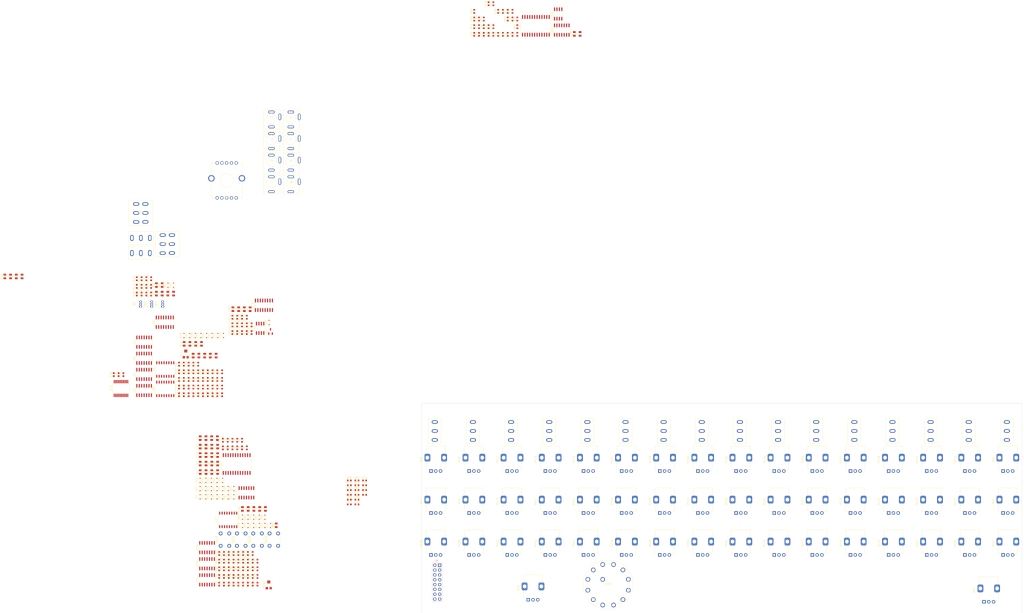
<source format=kicad_pcb>
(kicad_pcb (version 20221018) (generator pcbnew)
  (layers (0 "F.Cu" signal) (31 "B.Cu" signal) (34 "B.Paste" user) (35 "F.Paste" user) (36 "B.SilkS" user "B.Silkscreen") (37 "F.SilkS" user "F.Silkscreen") (38 "B.Mask" user) (39 "F.Mask" user) (44 "Edge.Cuts" user))
  (net 0 "")
  (net 1 "+12V")
  (net 2 "GNDREF")
  (net 3 "-12V")
  (net 4 "Net-(C7-Pad1)")
  (net 5 "Net-(C7-Pad2)")
  (net 6 "/SequencerInput/Gate")
  (net 7 "/SequencerInput/Trig")
  (net 8 "Net-(D37-A)")
  (net 9 "/VariClock1/QCK")
  (net 10 "Net-(D38-A)")
  (net 11 "/VariClock1/SET")
  (net 12 "Net-(C12-Pad1)")
  (net 13 "Net-(C12-Pad2)")
  (net 14 "Net-(C13-Pad1)")
  (net 15 "Net-(C14-Pad1)")
  (net 16 "Net-(U8-E0)")
  (net 17 "Net-(D39-A)")
  (net 18 "Net-(C22-Pad1)")
  (net 19 "Net-(C22-Pad2)")
  (net 20 "Net-(C23-Pad1)")
  (net 21 "Net-(C23-Pad2)")
  (net 22 "Net-(U7B-+)")
  (net 23 "Net-(D40-A)")
  (net 24 "Net-(D41-A)")
  (net 25 "Net-(D42-K)")
  (net 26 "/VariClock1/DV")
  (net 27 "I{slash}O")
  (net 28 "Net-(C30-Pad2)")
  (net 29 "Net-(C31-Pad1)")
  (net 30 "Net-(U11A--)")
  (net 31 "Net-(C32-Pad2)")
  (net 32 "Net-(U11C-+)")
  (net 33 "Net-(C41-Pad1)")
  (net 34 "Net-(C42-Pad1)")
  (net 35 "Net-(C43-Pad1)")
  (net 36 "Net-(U4B-R)")
  (net 37 "/SequencerClocking/REV")
  (net 38 "Net-(C45-Pad2)")
  (net 39 "Net-(C46-Pad2)")
  (net 40 "Net-(C47-Pad2)")
  (net 41 "Net-(C48-Pad1)")
  (net 42 "/SequencerClocking/STP")
  (net 43 "/SequencerClocking/XSTP")
  (net 44 "Net-(D54-A)")
  (net 45 "/XCLK")
  (net 46 "Net-(C57-Pad1)")
  (net 47 "Net-(C58-Pad1)")
  (net 48 "Net-(U18B--)")
  (net 49 "Net-(C66-Pad2)")
  (net 50 "Net-(U19-STROBE)")
  (net 51 "Net-(C67-Pad2)")
  (net 52 "Net-(U14B-S)")
  (net 53 "+5V")
  (net 54 "Net-(D1-K)")
  (net 55 "Net-(D1-A)")
  (net 56 "Net-(D10-K)")
  (net 57 "/SequencerClocking/FWD")
  (net 58 "/SequencerInput/Q15")
  (net 59 "Net-(D19-A)")
  (net 60 "/SequencerInput/Q14")
  (net 61 "Net-(D20-A)")
  (net 62 "/SequencerInput/Q13")
  (net 63 "Net-(D21-A)")
  (net 64 "/SequencerInput/Q12")
  (net 65 "/SequencerInput/Q4")
  (net 66 "/SequencerInput/Q11")
  (net 67 "/SequencerInput/Q5")
  (net 68 "/SequencerInput/Q10")
  (net 69 "/SequencerInput/Q6")
  (net 70 "/SequencerInput/Q9")
  (net 71 "/SequencerInput/Q7")
  (net 72 "/SequencerInput/Q8")
  (net 73 "Net-(D18-K)")
  (net 74 "Net-(D19-K)")
  (net 75 "Net-(D20-K)")
  (net 76 "Net-(D21-K)")
  (net 77 "Net-(D22-K)")
  (net 78 "Net-(D23-K)")
  (net 79 "Net-(D24-K)")
  (net 80 "Net-(D25-K)")
  (net 81 "Net-(D26-K)")
  (net 82 "Net-(D27-K)")
  (net 83 "Net-(D28-K)")
  (net 84 "Net-(D29-K)")
  (net 85 "Net-(D30-K)")
  (net 86 "Net-(D31-K)")
  (net 87 "Net-(D32-K)")
  (net 88 "Net-(D33-K)")
  (net 89 "/SequencerInput/SBV1")
  (net 90 "/SequencerClocking/DN")
  (net 91 "/SequencerClocking/UP")
  (net 92 "/VariClock1/RST")
  (net 93 "/SequencerClocking/X2")
  (net 94 "Net-(D37-K)")
  (net 95 "Net-(D39-K)")
  (net 96 "Net-(D40-K)")
  (net 97 "Net-(D41-K)")
  (net 98 "Net-(D44-A)")
  (net 99 "Net-(D45-A)")
  (net 100 "Net-(D46-A)")
  (net 101 "Net-(D47-A)")
  (net 102 "Net-(D48-K)")
  (net 103 "/SequencerClocking/RST")
  (net 104 "Net-(D50-K)")
  (net 105 "Net-(D50-A)")
  (net 106 "Net-(D51-K)")
  (net 107 "Net-(D51-A)")
  (net 108 "Net-(D52-K)")
  (net 109 "Net-(D52-A)")
  (net 110 "Net-(D53-K)")
  (net 111 "Net-(D53-A)")
  (net 112 "/SequencerClocking/CLR")
  (net 113 "Net-(D55-K)")
  (net 114 "Net-(D56-K)")
  (net 115 "Net-(D57-K)")
  (net 116 "Net-(D57-A)")
  (net 117 "Net-(D59-A)")
  (net 118 "Net-(D60-K)")
  (net 119 "Net-(D60-A)")
  (net 120 "Net-(D61-A)")
  (net 121 "Net-(D62-K)")
  (net 122 "Net-(D62-A)")
  (net 123 "Net-(D63-K)")
  (net 124 "Net-(D64-A)")
  (net 126 "Net-(Q1-C)")
  (net 127 "Net-(Q2-B)")
  (net 128 "Net-(Q2-C)")
  (net 129 "Net-(Q3-B)")
  (net 130 "/VariClock2/Q2")
  (net 131 "Net-(Q4-C)")
  (net 132 "CBUS")
  (net 133 "GB")
  (net 134 "/SequencerInput/SBV2")
  (net 135 "Net-(R5-Pad1)")
  (net 136 "Net-(R6-Pad1)")
  (net 137 "Net-(R14-Pad1)")
  (net 138 "Net-(U6-Q3)")
  (net 139 "Net-(R17-Pad1)")
  (net 140 "Net-(U6-Q2)")
  (net 141 "Net-(R19-Pad1)")
  (net 142 "Net-(U6-Q1)")
  (net 143 "Net-(R22-Pad1)")
  (net 144 "Net-(U6-Q0)")
  (net 145 "Net-(U9-P3)")
  (net 146 "Net-(U9-P2)")
  (net 147 "Net-(U9-P1)")
  (net 148 "Net-(R33-Pad2)")
  (net 149 "Net-(U9-P0)")
  (net 150 "Net-(U7C--)")
  (net 151 "Net-(R35-Pad2)")
  (net 152 "Net-(R36-Pad1)")
  (net 153 "Net-(U7D--)")
  (net 154 "Net-(U7B--)")
  (net 155 "Net-(R39-Pad1)")
  (net 156 "Net-(U10B--)")
  (net 157 "Net-(U11A-+)")
  (net 158 "Net-(R45-Pad1)")
  (net 159 "Net-(U11B-+)")
  (net 160 "Net-(U12-I0)")
  (net 161 "Net-(R48-Pad2)")
  (net 162 "Net-(R49-Pad2)")
  (net 163 "Net-(U12-I15)")
  (net 164 "Net-(U12-I1)")
  (net 165 "Net-(R52-Pad2)")
  (net 166 "Net-(U12-I14)")
  (net 167 "Net-(R54-Pad2)")
  (net 168 "Net-(R55-Pad2)")
  (net 169 "Net-(U12-I2)")
  (net 170 "Net-(R56-Pad2)")
  (net 171 "Net-(R57-Pad2)")
  (net 172 "Net-(U12-I13)")
  (net 173 "Net-(U12-I3)")
  (net 174 "Net-(R60-Pad2)")
  (net 175 "Net-(U12-I12)")
  (net 176 "Net-(R62-Pad2)")
  (net 177 "Net-(R63-Pad2)")
  (net 178 "Net-(U12-I4)")
  (net 179 "Net-(R64-Pad2)")
  (net 180 "Net-(R65-Pad2)")
  (net 181 "Net-(U12-I11)")
  (net 182 "Net-(U12-I5)")
  (net 183 "Net-(R68-Pad2)")
  (net 184 "Net-(U12-I10)")
  (net 185 "Net-(R70-Pad2)")
  (net 186 "Net-(R71-Pad2)")
  (net 187 "Net-(U12-I6)")
  (net 188 "Net-(R72-Pad2)")
  (net 189 "Net-(R73-Pad2)")
  (net 190 "Net-(U12-I9)")
  (net 191 "Net-(U12-I7)")
  (net 192 "Net-(R76-Pad2)")
  (net 193 "Net-(U12-I8)")
  (net 194 "Net-(R78-Pad2)")
  (net 195 "Net-(R79-Pad2)")
  (net 196 "Net-(R80-Pad2)")
  (net 197 "Net-(R82-Pad1)")
  (net 198 "Net-(R83-Pad1)")
  (net 199 "Net-(R92-Pad1)")
  (net 200 "Net-(R103-Pad1)")
  (net 201 "/SequencerClocking/RND")
  (net 202 "Net-(R105-Pad2)")
  (net 203 "Net-(R106-Pad2)")
  (net 204 "Net-(R108-Pad1)")
  (net 205 "/SequencerClocking/CKOUT")
  (net 206 "Net-(U18A--)")
  (net 207 "Net-(R114-Pad1)")
  (net 208 "Net-(U18B-+)")
  (net 209 "Net-(U19-CLK)")
  (net 210 "/VariClock2/EXT_CLK_Input")
  (net 211 "Net-(R123-Pad1)")
  (net 212 "Net-(R127-Pad1)")
  (net 213 "/VariClock1/CLK")
  (net 214 "Net-(RV10-Pad1)")
  (net 215 "Net-(U13-I0)")
  (net 216 "Net-(U13-I15)")
  (net 217 "Net-(U13-I1)")
  (net 218 "Net-(U13-I14)")
  (net 219 "Net-(U13-I2)")
  (net 220 "Net-(U13-I13)")
  (net 221 "Net-(U13-I3)")
  (net 222 "Net-(U13-I12)")
  (net 223 "Net-(U13-I4)")
  (net 224 "Net-(U13-I11)")
  (net 225 "Net-(U13-I5)")
  (net 226 "Net-(U13-I10)")
  (net 227 "Net-(U13-I6)")
  (net 228 "Net-(U13-I9)")
  (net 229 "Net-(U13-I7)")
  (net 230 "Net-(U13-I8)")
  (net 231 "/SequencerAnalogGenerator/QA")
  (net 232 "/SequencerAnalogGenerator/QB")
  (net 233 "/SequencerAnalogGenerator/QC")
  (net 234 "/SequencerAnalogGenerator/QD")
  (net 235 "Net-(U3-Pad4)")
  (net 236 "Net-(U6-MR)")
  (net 237 "/VariClock1/CLR")
  (net 238 "Net-(U9-LOAD)")
  (net 239 "Net-(U15-Pad11)")
  (net 254 "/SequencerAnalogGenerator/CV3")
  (net 255 "/SequencerAnalogGenerator/CV1")
  (net 256 "/SequencerAnalogGenerator/CV2")
  (net 257 "Net-(U14A-D)")
  (net 258 "Net-(U14A-C)")
  (net 259 "Net-(U14B-D)")
  (net 260 "Net-(U15-Pad2)")
  (net 261 "/SequencerRandomGenerator/CLK")
  (net 262 "Net-(U19-DATA)")
  (net 263 "Net-(SW25-B)")
  (net 264 "/SequencerClocking/DB")
  (net 265 "/SequencerClocking/DD")
  (net 266 "/SequencerClocking/DC")
  (net 269 "/SequencerClocking/DA")
  (net 276 "Net-(J9-Pin_11)")
  (net 277 "Net-(J9-Pin_13)")
  (net 278 "Net-(J9-Pin_15)")
  (net 279 "Net-(R50-Pad1)")
  (net 280 "Net-(R51-Pad1)")
  (net 281 "Net-(R53-Pad1)")
  (net 282 "Net-(R58-Pad1)")
  (net 283 "Net-(R59-Pad1)")
  (net 284 "Net-(R61-Pad1)")
  (net 285 "Net-(R66-Pad1)")
  (net 286 "Net-(R67-Pad1)")
  (net 287 "Net-(R69-Pad1)")
  (net 288 "Net-(R74-Pad1)")
  (net 289 "Net-(R75-Pad1)")
  (net 290 "Net-(R77-Pad1)")
  (net 292 "Net-(SW1-Pad4)")
  (net 295 "Net-(SW25-A)")
  (footprint "Resistor_SMD:R_0603_1608Metric" (layer "F.Cu") (at -26.51 165.26 90)
    (fp_text reference "R100")
    (fp_text value "1k")
  )
  (footprint "Potentiometer_THT:Potentiometer_Alps_RK09K_Single_Vertical" (layer "F.Cu") (at 309.5 162 90)
    (fp_text reference "RV43")
    (fp_text value "100k")
  )
  (footprint "Button_Switch_THT:SW_PUSH_6mm_H13mm" (layer "F.Cu") (at -40.8 157.22 90)
    (fp_text reference "SW20")
    (fp_text value "SW_Push")
  )
  (footprint "Resistor_SMD:R_0603_1608Metric" (layer "F.Cu") (at 30.675 132.99)
    (fp_text reference "R68")
    (fp_text value "100k")
  )
  (footprint "SynthProjConnectors:PJ-301" (layer "F.Cu") (at -4 -44.32)
    (fp_text reference "J6")
    (fp_text value "Sequencer CV3")
  )
  (footprint "SynthProjConnectors:MTS-103-A01-T0" (layer "F.Cu") (at 151.5 97 90)
    (fp_text reference "SW8" hide)
    (fp_text value "SW_SPST" hide)
  )
  (footprint "Resistor_SMD:R_0603_1608Metric" (layer "F.Cu") (at 30.675 125.46)
    (fp_text reference "R61")
    (fp_text value "2M")
  )
  (footprint "Potentiometer_THT:Potentiometer_Alps_RK09K_Single_Vertical" (layer "F.Cu") (at 289.5 118 90)
    (fp_text reference "RV22")
    (fp_text value "100k")
  )
  (footprint "Potentiometer_THT:Potentiometer_Alps_RK09K_Single_Vertical" (layer "F.Cu") (at 209.5 140 90)
    (fp_text reference "RV33")
    (fp_text value "100k")
  )
  (footprint "SynthProjConnectors:MTS-203-A1-T0" (layer "F.Cu") (at -82.69 -17.34)
    (fp_text reference "SW2")
    (fp_text value "SW_Push_DPDT")
  )
  (footprint "Resistor_SMD:R_0603_1608Metric" (layer "F.Cu") (at -32.11 37.36 90)
    (fp_text reference "R117")
    (fp_text value "4.7k")
  )
  (footprint "Button_Switch_THT:SW_PUSH_6mm_H13mm" (layer "F.Cu") (at -23.7 157.22 90)
    (fp_text reference "SW22")
    (fp_text value "SW_Push")
  )
  (footprint "Resistor_SMD:R_0603_1608Metric" (layer "F.Cu") (at -24 165.26 90)
    (fp_text reference "R101")
    (fp_text value "3.9k")
  )
  (footprint "Resistor_SMD:R_0603_1608Metric" (layer "F.Cu") (at -29.6 37.36 90)
    (fp_text reference "R118")
    (fp_text value "1M")
  )
  (footprint "Resistor_SMD:R_0603_1608Metric" (layer "F.Cu") (at -32.09 101.85 90)
    (fp_text reference "R5")
    (fp_text value "1k")
  )
  (footprint "Capacitor_SMD:C_0603_1608Metric" (layer "F.Cu") (at -57.6 73.98 90)
    (fp_text reference "C27")
    (fp_text value "20nF")
  )
  (footprint "Resistor_SMD:R_0603_1608Metric" (layer "F.Cu") (at -47.56 65.96 90)
    (fp_text reference "R30")
    (fp_text value "4.7k")
  )
  (footprint "LED_SMD:LED_0805_2012Metric" (layer "F.Cu") (at -56.915 51.3 90)
    (fp_text reference "D45")
    (fp_text value "LED")
  )
  (footprint "Diode_SMD:D_SOD-323F" (layer "F.Cu") (at -23.5 146.525 90)
    (fp_text reference "D50")
    (fp_text value "1N914")
  )
  (footprint "Diode_SMD:D_SOD-323F" (layer "F.Cu") (at -48.61 127.19 90)
    (fp_text reference "D25")
    (fp_text value "1N914")
  )
  (footprint "Package_TO_SOT_THT:TO-92_Inline" (layer "F.Cu") (at -82.78 31.71 90)
    (fp_text reference "Q2")
    (fp_text value "2N3904")
  )
  (footprint "Resistor_SMD:R_0603_1608Metric" (layer "F.Cu") (at 30.675 130.48)
    (fp_text reference "R67")
    (fp_text value "2M")
  )
  (footprint "Capacitor_SMD:C_0805_2012Metric" (layer "F.Cu") (at -52.21 57.47 90)
    (fp_text reference "C16")
    (fp_text value "4.7uF")
  )
  (footprint "Potentiometer_THT:Potentiometer_Alps_RK09K_Single_Vertical" (layer "F.Cu") (at 369.5 118 90)
    (fp_text reference "RV5")
    (fp_text value "100k")
  )
  (footprint "Capacitor_SMD:C_0603_1608Metric" (layer "F.Cu") (at -91.81 67.44 90)
    (fp_text reference "C40")
    (fp_text value "100nF")
  )
  (footprint "Diode_SMD:D_SOD-323F" (layer "F.Cu") (at -36.81 131.485 90)
    (fp_text reference "D22")
    (fp_text value "1N914")
  )
  (footprint "SynthProjConnectors:MTS-103-A01-T0" (layer "F.Cu") (at 211.5 97 90)
    (fp_text reference "SW11" hide)
    (fp_text value "SW_SPST" hide)
  )
  (footprint "Resistor_SMD:R_0603_1608Metric" (layer "F.Cu") (at -21.49 165.26 90)
    (fp_text reference "R102")
    (fp_text value "6.2k")
  )
  (footprint "Resistor_SMD:R_0603_1608Metric" (layer "F.Cu") (at -60.11 69.97 90)
    (fp_text reference "R15")
    (fp_text value "20k")
  )
  (footprint "Package_TO_SOT_SMD:SOT-23-3" (layer "F.Cu") (at -14.65 44.81 90)
    (fp_text reference "Q1")
    (fp_text value "MMBT3904-7-F")
  )
  (footprint "SynthProjConnectors:MTS-103-A01-T0" (layer "F.Cu") (at 171.5 97 90)
    (fp_text reference "SW9" hide)
    (fp_text value "SW_SPST" hide)
  )
  (footprint "Resistor_SMD:R_0603_1608Metric" (layer "F.Cu") (at 109.74 -119.03 90)
    (fp_text reference "R62")
    (fp_text value "2M")
  )
  (footprint "Resistor_SMD:R_0603_1608Metric" (layer "F.Cu") (at -50.07 65.96 90)
    (fp_text reference "R29")
    (fp_text value "6.2k")
  )
  (footprint "Potentiometer_THT:Potentiometer_Alps_RK09K_Single_Vertical" (layer "F.Cu") (at 289.5 162 90)
    (fp_text reference "RV45")
    (fp_text value "100k")
  )
  (footprint "Potentiometer_THT:Potentiometer_Alps_RK09K_Single_Vertical" (layer "F.Cu") (at 349.5 140 90)
    (fp_text reference "RV11")
    (fp_text value "100k")
  )
  (footprint "Capacitor_SMD:C_0805_2012Metric" (layer "F.Cu") (at -31.36 33.13 90)
    (fp_text reference "C60")
    (fp_text value "4.7uF")
  )
  (footprint "Resistor_SMD:R_0603_1608Metric" (layer "F.Cu") (at -77.25 25.18 90)
    (fp_text reference "R120")
    (fp_text value "1M")
  )
  (footprint "Resistor_SMD:R_0603_1608Metric" (layer "F.Cu") (at -45.05 73.98 90)
    (fp_text reference "R11")
    (fp_text value "100k")
  )
  (footprint "Capacitor_SMD:C_0805_2012Metric" (layer "F.Cu") (at -42.5 100.75 90)
    (fp_text reference "C4")
    (fp_text value "4.7uF")
  )
  (footprint "Capacitor_SMD:C_0603_1608Metric" (layer "F.Cu") (at -45.05 77.99 90)
    (fp_text reference "C21")
    (fp_text value "47nF")
  )
  (footprint "Resistor_SMD:R_0603_1608Metric" (layer "F.Cu") (at 102.21 -127.05 90)
    (fp_text reference "R79")
    (fp_text value "100k")
  )
  (footprint "Capacitor_SMD:C_0805_2012Metric" (layer "F.Cu") (at 147.69 -111.23 90)
    (fp_text reference "C29")
    (fp_text value "4.7uF")
  )
  (footprint "Resistor_SMD:R_0603_1608Metric" (layer "F.Cu") (at -42.54 65.96 90)
    (fp_text reference "R32")
    (fp_text value "4.7k")
  )
  (footprint "Button_Switch_THT:SW_PUSH_6mm_H13mm" (layer "F.Cu") (at -32.25 157.22 90)
    (fp_text reference "SW21")
    (fp_text value "SW_Push")
  )
  (footprint "Resistor_SMD:R_0603_1608Metric" (layer "F.Cu") (at 34.685 130.48)
    (fp_text reference "R77")
    (fp_text value "2M")
  )
  (footprint "Diode_SMD:D_SOD-323F" (layer "F.Cu") (at -29.4 142.23 90)
    (fp_text reference "D54")
    (fp_text value "1N914")
  )
  (footprint "Potentiometer_THT:Potentiometer_Alps_RK09K_Single_Vertical" (layer "F.Cu") (at 89.5 162 90)
    (fp_text reference "RV38")
    (fp_text value "100k")
  )
  (footprint "SynthProjConnectors:MTS-103-A01-T0" (layer "F.Cu") (at 371.5 97 90)
    (fp_text reference "SW19" hide)
    (fp_text value "SW_SPST" hide)
  )
  (footprint "SynthProjConnectors:MTS-103-A01-T0" (layer "F.Cu") (at -82.64 3.7)
    (fp_text reference "SW26" hide)
    (fp_text value "SW_SPDT" hide)
  )
  (footprint "Package_SO:SOIC-16W_5.3x10.2mm_P1.27mm" (layer "F.Cu") (at -69.85 64.77 90)
    (fp_text reference "U9")
    (fp_text value "40193")
  )
  (footprint "Capacitor_SMD:C_0603_1608Metric" (layer "F.Cu") (at 97.19 -111.01 90)
    (fp_text reference "C32")
    (fp_text value "470pF")
  )
  (footprint "SynthProjConnectors:SRBV141404" (layer "F.Cu") (at -37.64 -34.4)
    (fp_text reference "SW1")
    (fp_text value "SRBV141404")
  )
  (footprint "Resistor_SMD:R_0603_1608Metric" (layer "F.Cu") (at -62.62 61.95 90)
    (fp_text reference "R34")
    (fp_text value "4.7k")
  )
  (footprint "Potentiometer_THT:Potentiometer_Alps_RK09K_Single_Vertical" (layer "F.Cu") (at 269.5 118 90)
    (fp_text reference "RV26")
    (fp_text value "100k")
  )
  (footprint "Package_TO_SOT_THT:TO-92_Inline" (layer "F.Cu") (at -76.99 31.71 90)
    (fp_text reference "Q3")
    (fp_text value "2N3906")
  )
  (footprint "Resistor_SMD:R_0603_1608Metric" (layer "F.Cu") (at -40.03 73.98 90)
    (fp_text reference "R13")
    (fp_text value "47k")
  )
  (footprint "SynthProjConnectors:MTS-103-A01-T0" (layer "F.Cu") (at 251.5 97 90)
    (fp_text reference "SW13" hide)
    (fp_text value "SW_SPST" hide)
  )
  (footprint "Resistor_SMD:R_0603_1608Metric" (layer "F.Cu") (at -34.6 101.85 90)
    (fp_text reference "R4")
    (fp_text value "100k")
  )
  (footprint "LED_SMD:LED_0805_2012Metric" (layer "F.Cu") (at -51.515 105.18 90)
    (fp_text reference "D14")
    (fp_text value "LED")
  )
  (footprint "Resistor_SMD:R_0603_1608Metric" (layer "F.Cu") (at 109.74 -123.04 90)
    (fp_text reference "R72")
    (fp_text value "2M")
  )
  (footprint "Resistor_SMD:R_0603_1608Metric" (layer "F.Cu") (at 26.665 125.46)
    (fp_text reference "R51")
    (fp_text value "2M")
  )
  (footprint "Potentiometer_THT:Potentiometer_Alps_RK09K_Single_Vertical" (layer "F.Cu") (at 149.5 118 90)
    (fp_text reference "RV20")
    (fp_text value "100k")
  )
  (footprint "Diode_SMD:D_SOD-323F" (layer "F.Cu") (at -48.61 122.895 90)
    (fp_text reference "D32")
    (fp_text value "1N914")
  )
  (footprint "Resistor_SMD:R_0603_1608Metric" (layer "F.Cu") (at -52.58 69.97 90)
    (fp_text reference "R18")
    (fp_text value "20k")
  )
  (footprint "Diode_SMD:D_SOD-323F" (layer "F.Cu") (at -20.55 146.525 90)
    (fp_text reference "D51")
    (fp_text value "1N914")
  )
  (footprint "Resistor_SMD:R_0603_1608Metric" (layer "F.Cu") (at -34.04 161.25 90)
    (fp_text reference "R106")
    (fp_text value "3k")
  )
  (footprint "Resistor_SMD:R_0603_1608Metric" (layer "F.Cu") (at -29.02 169.27 90)
    (fp_text reference "R90")
    (fp_text value "220k")
  )
  (footprint "Diode_SMD:D_SOD-323F" (layer "F.Cu") (at -39.76 127.19 90)
    (fp_text reference "D28")
    (fp_text value "1N914")
  )
  (footprint "Resistor_SMD:R_0603_1608Metric" (layer "F.Cu") (at -29.02 173.28 90)
    (fp_text reference "R81")
    (fp_text value "100k")
  )
  (footprint "Resistor_SMD:R_0603_1608Metric" (layer "F.Cu") (at -79.76 17.16 90)
    (fp_text reference "R127")
    (fp_text value "1k")
  )
  (footprint "Capacitor_SMD:C_0805_2012Metric" (layer "F.Cu") (at -65.46 24.96 90)
    (fp_text reference "C72")
    (fp_text value "470nF")
  )
  (footprint "Resistor_SMD:R_0603_1608Metric" (layer "F.Cu") (at 112.25 -123.04 90)
    (fp_text reference "R73")
    (fp_text value "100k")
  )
  (footprint "Diode_SMD:D_SOD-323F" (layer "F.Cu") (at -26.45 146.525 90)
    (fp_text reference "D49")
    (fp_text value "1N914")
  )
  (footprint "Potentiometer_THT:Potentiometer_Alps_RK09K_Single_Vertical" (layer "F.Cu") (at 109.5 118 90)
    (fp_text reference "RV12")
    (fp_text value "100k")
  )
  (footprint "Resistor_SMD:R_0603_1608Metric" (layer "F.Cu") (at -52.58 73.98 90)
    (fp_text reference "R8")
    (fp_text value "4.7k")
  )
  (footprint "Resistor_SMD:R_0603_1608Metric" (layer "F.Cu") (at -62.62 65.96 90)
    (fp_text reference "R24")
    (fp_text value "10k")
  )
  (footprint "SynthProjConnectors:MTS-103-A01-T0" (layer "F.Cu") (at 311.5 97 90)
    (fp_text reference "SW16" hide)
    (fp_text value "SW_SPST" hide)
  )
  (footprint "SynthProjConnectors:MTS-103-A01-T0" (layer "F.Cu") (at 291.5 97 90)
    (fp_text reference "SW15" hide)
    (fp_text value "SW_SPST" hide)
  )
  (footprint "Capacitor_SMD:C_0603_1608Metric" (layer "F.Cu") (at -36.55 177.29 90)
    (fp_text reference "C43")
    (fp_text value "10nF")
  )
  (footprint "Potentiometer_THT:Potentiometer_Alps_RK09K_Single_Vertical" (layer "F.Cu") (at 269.5 162 90)
    (fp_text reference "RV47")
    (fp_text value "100k")
  )
  (footprint "Diode_SMD:D_SOD-323F" (layer "F.Cu") (at -39.76 122.895 90)
    (fp_text reference "D35")
    (fp_text value "1N914")
  )
  (footprint "Package_SO:SOIC-14_3.9x8.7mm_P1.27mm" (layer "F.Cu") (at -47.93 158.17 90)
    (fp_text reference "U16")
    (fp_text value "40106")
  )
  (footprint "Resistor_SMD:R_0603_1608Metric" (layer "F.Cu") (at -29.02 161.25 90)
    (fp_text reference "R108")
    (fp_text value "680k")
  )
  (footprint "Diode_SMD:D_SOD-323F" (layer "F.Cu") (at -17.6 142.23 90)
    (fp_text reference "D58")
    (fp_text value "1N914")
  )
  (footprint "Resistor_SMD:R_0603_1608Metric" (layer "F.Cu") (at -34.62 37.36 90)
    (fp_text reference "R116")
    (fp_text value "1M")
  )
  (footprint "Package_SO:SOIC-16W_5.3x10.2mm_P1.27mm" (layer "F.Cu") (at -69.85 74.92 90)
    (fp_text reference "U6")
    (fp_text value "40193")
  )
  (footprint "Capacitor_SMD:C_0805_2012Metric" (layer "F.Cu") (at -51.53 100.75 90)
    (fp_text reference "C1")
    (fp_text value "4.7uF")
  )
  (footprint "Potentiometer_THT:Potentiometer_Alps_RK09K_Single_Vertical" (layer "F.Cu") (at 129.5 162 90)
    (fp_text reference "RV42")
    (fp_text value "100k")
  )
  (footprint "Resistor_SMD:R_0603_1608Metric" (layer "F.Cu") (at -84.78 21.17 90)
    (fp_text reference "R121")
    (fp_text value "4.7k")
  )
  (footprint "Capacitor_SMD:C_0603_1608Metric" (layer "F.Cu") (at -42.54 77.99 90)
    (fp_text reference "C22")
    (fp_text value "100pF")
  )
  (footprint "Resistor_SMD:R_0603_1608Metric" (layer "F.Cu") (at 26.665 132.99)
    (fp_text reference "R58")
    (fp_text value "100k")
  )
  (footprint "Capacitor_SMD:C_0805_2012Metric" (layer "F.Cu") (at -153.98 15.97 90)
    (fp_text reference "C34")
    (fp_text value "4.7uF")
  )
  (footprint "Potentiometer_THT:Potentiometer_Alps_RK09K_Single_Vertical" (layer "F.Cu") (at 89.5 118 90)
    (fp_text reference "RV8")
    (fp_text value "100k")
  )
  (footprint "Potentiometer_THT:Potentiometer_Alps_RK09K_Single_Vertical" (layer "F.Cu") (at 169.5 140 90)
    (fp_text reference "RV25")
    (fp_text value "100k")
  )
  (footprint "Resistor_SMD:R_0603_1608Metric" (layer "F.Cu") (at -31.53 165.26 90)
    (fp_text reference "R98")
    (fp_text value "47k")
  )
  (footprint "Capacitor_SMD:C_0603_1608Metric" (layer "F.Cu") (at -27.09 45.38 90)
    (fp_text reference "C66")
    (fp_text value "1nF")
  )
  (footprint "Capacitor_SMD:C_0805_2012Metric" (layer "F.Cu") (at -28.35 33.13 90)
    (fp_text reference "C61")
    (fp_text value "470nF")
  )
  (footprint "Resistor_SMD:R_0603_1608Metric" (layer "F.Cu") (at -57.6 61.95 90)
    (fp_text reference "R36")
    (fp_text value "22k")
  )
  (footprint "Resistor_SMD:R_0603_1608Metric" (layer "F.Cu") (at -40.03 65.96 90)
    (fp_text reference "R33")
    (fp_text value "4.7k")
  )
  (footprint "Resistor_SMD:R_0603_1608Metric" (layer "F.Cu") (at 26.665 127.97)
    (fp_text reference "R52")
    (fp_text value "100k")
  )
  (footprint "LED_SMD:LED_0805_2012Metric" (layer "F.Cu") (at -74.475 20.49 90)
    (fp_text reference "D61")
    (fp_text value "LED")
  )
  (footprint "Capacitor_SMD:C_0805_2012Metric" (layer "F.Cu") (at -45.51 100.75 90)
    (fp_text reference "C3")
    (fp_text value "470nF")
  )
  (footprint "Package_SO:SOIC-14_3.9x8.7mm_P1.27mm" (layer "F.Cu") (at -47.93 166.62 90)
    (fp_text reference "U15")
    (fp_text value "40106")
  )
  (footprint "Capacitor_SMD:C_0805_2012Metric" (layer "F.Cu") (at -29.37 137.88 90)
    (fp_text reference "C50")
    (fp_text value "4.7uF")
  )
  (footprint "Capacitor_SMD:C_0805_2012Metric" (layer "F.Cu") (at -49.2 57.47 90)
    (fp_text reference "C17")
    (fp_text value "470nF")
  )
  (footprint "SynthProjConnectors:PJ-301" (layer "F.Cu") (at -4 -33)
    (fp_text reference "J8")
    (fp_text value "Sequencer CV1")
  )
  (footprint "Diode_SMD:D_SOD-323F" (layer "F.Cu") (at -45.66 122.895 90)
    (fp_text reference "D33")
    (fp_text value "1N914")
  )
  (footprint "Diode_SMD:D_SOD-323F" (layer "F.Cu") (at -29.4 146.525 90)
    (fp_text reference "D48")
    (fp_text value "1N914")
  )
  (footprint "Resistor_SMD:R_0603_1608Metric" (layer "F.Cu") (at -26.51 173.28 90)
    (fp_text reference "R82")
    (fp_text value "10k")
  )
  (footprint "Package_SO:SOIC-14_3.9x8.7mm_P1.27mm" (layer "F.Cu") (at -27.28 129.43 90)
    (fp_text reference "U1")
    (fp_text value "40106")
  )
  (footprint "Potentiometer_THT:Potentiometer_Alps_RK09K_Single_Vertical" (layer "F.Cu") (at 289.5 140 90)
    (fp_text reference "RV23")
    (fp_text value "100k")
  )
  (footprint "Capacitor_SMD:C_0603_1608Metric" (layer "F.Cu") (at -52.58 77.99 90)
    (fp_text reference "C14")
    (fp_text value "100pF")
  )
  (footprint "Diode_SMD:D_SOD-323F" (layer "F.Cu") (at -42.71 122.895 90)
    (fp_text reference "D34")
    (fp_text value "1N914")
  )
  (footprint "Capacitor_SMD:C_0603_1608Metric" (layer "F.Cu") (at -84.78 25.18 90)
    (fp_text reference "C68")
    (fp_text value "470pF")
  )
  (footprint "Capacitor_SMD:C_0603_1608Metric" (layer "F.Cu") (at -41.57 177.29 90)
    (fp_text reference "C41")
    (fp_text value "10nF")
  )
  (footprint "Package_SO:SO-14_3.9x8.65mm_P1.27mm" (layer "F.Cu") (at 138.07 -113.23 90)
    (fp_text reference "U11")
    (fp_text value "TL084")
  )
  (footprint "Potentiometer_THT:Potentiometer_Alps_RK09K_Single_Vertical" (layer "F.Cu") (at 369.5 162 90)
    (fp_text reference "RV37")
    (fp_text value "100k")
  )
  (footprint "Resistor_SMD:R_0603_1608Metric" (layer "F.Cu") (at -52.58 61.95 90)
    (fp_text reference "R38")
    (fp_text value "10k")
  )
  (footprint "SynthProjConnectors:PJ-301" (layer "F.Cu") (at -14.16 -33)
    (fp_text reference "J7")
    (fp_text value "Sequencer CV2")
  )
  (footprint "LED_SMD:LED_0805_2012Metric" (layer "F.Cu") (at -51.515 118.53 90)
    (fp_text reference "D2")
    (fp_text value "LED")
  )
  (footprint "LED_SMD:LED_0805_2012Metric" (layer "F.Cu") (at -71.435 20.49 90)
    (fp_text reference "D64")
    (fp_text value "LED")
  )
  (footprint "Resistor_SMD:R_0603_1608Metric" (layer "F.Cu") (at 92.17 -123.04 90)
    (fp_text reference "R65")
    (fp_text value "100k")
  )
  (footprint "Diode_SMD:D_SOD-323F" (layer "F.Cu") (at -33.86 131.485 90)
    (fp_text reference "D23")
    (fp_text value "1N914")
  )
  (footprint "SynthProjConnectors:PJ-301" (layer "F.Cu") (at -4 -55.64)
    (fp_text reference "J4")
    (fp_text value "Gate Out")
  )
  (footprint "Resistor_SMD:R_0603_1608Metric" (layer "F.Cu") (at -50.07 73.98 90)
    (fp_text reference "R9")
    (fp_text value "4.7k")
  )
  (footprint "Potentiometer_THT:Potentiometer_Alps_RK09K_Single_Vertical" (layer "F.Cu") (at 309.5 118 90)
    (fp_text reference "RV18")
    (fp_text value "100k")
  )
  (footprint "Diode_SMD:D_SOD-323F" (layer "F.Cu") (at -39.35 46.925 90)
    (fp_text reference "D43")
    (fp_text value "1N914")
  )
  (footprint "Resistor_SMD:R_0603_1608Metric" (layer "F.Cu") (at -34.04 165.26 90)
    (fp_text reference "R97")
    (fp_text value "100k")
  )
  (footprint "Capacitor_SMD:C_0603_1608Metric" (layer "F.Cu") (at 99.7 -111.01 90)
    (fp_text reference "C33")
    (fp_text value "100nF")
  )
  (footprint "Capacitor_SMD:C_0805_2012Metric" (layer "F.Cu") (at -74.49 24.96 90)
    (fp_text reference "C69")
    (fp_text value "4.7uF")
  )
  (footprint "Diode_SMD:D_SOD-323F" (layer "F.Cu") (at -14.65 146.525 90)
    (fp_text reference "D53")
    (fp_text value "1N914")
  )
  (footprint "SynthProjConnectors:MTS-103-A01-T0" (layer "F.Cu") (at 91.5 97 90)
    (fp_text reference "SW5" hide)
    (fp_text value "SW_SPST" hide)
  )
  (footprint "Resistor_SMD:R_0603_1608Metric" (layer "F.Cu") (at -26.51 169.27 90)
    (fp_text reference "R91")
    (fp_text value "220k")
  )
  (footprint "Package_SO:SOIC-24W_7.5x15.4mm_P1.27mm" (layer "F.Cu") (at -32.4 114.32 90)
    (fp_text reference "U2")
    (fp_text value "4514")
  )
  (footprint "Diode_SMD:D_SOD-323F" (layer "F.Cu") (at -48.2 46.925 90)
    (fp_text reference "D40")
    (fp_text value "1N914")
  )
  (footprint "Capacitor_SMD:C_0603_1608Metric" (layer "F.Cu") (at -34.04 177.29 90)
    (fp_text reference "C44")
    (fp_text value "20nF")
  )
  (footprint "Potentiometer_THT:Potentiometer_Alps_RK09K_Single_Vertical" (layer "F.Cu") (at 89.5 140 90)
    (fp_text reference "RV9")
    (fp_text value "100k")
  )
  (footprint "Diode_SMD:D_SOD-323F" (layer "F.Cu") (at -42.71 131.485 90)
    (fp_text reference "D20")
    (fp_text value "1N914")
  )
  (footprint "LED_SMD:LED_0805_2012Metric" (layer "F.Cu") (at -11.655 146.45 90)
    (fp_text reference "D59")
    (fp_text value "LED")
  )
  (footprint "Resistor_SMD:R_0603_1608Metric" (layer "F.Cu") (at 26.665 130.48)
    (fp_text reference "R53")
    (fp_text value "2M")
  )
  (footprint "Resistor_SMD:R_0603_1608Metric" (layer "F.Cu") (at -36.55 165.26 90)
    (fp_text reference "R96")
    (fp_text value "100k")
  )
  (footprint "Resistor_SMD:R_0603_1608Metric" (layer "F.Cu") (at -24 173.28 90)
    (fp_text reference "R83")
    (fp_text value "10k")
  )
  (footprint "Resistor_SMD:R_0603_1608Metric" (layer "F.Cu") (at -84.78 17.16 90)
    (fp_text reference "R125")
    (fp_text value "47k")
  )
  (footprint "Capacitor_SMD:C_0603_1608Metric" (layer "F.Cu") (at -29.58 105.86 90)
    (fp_text reference "C9")
    (fp_text value "1nF")
  )
  (footprint "Resistor_SMD:R_0603_1608Metric" (layer "F.Cu") (at 114.76 -119.03 90)
    (fp_text reference "R64")
    (fp_text value "2M")
  )
  (footprint "Capacitor_SMD:C_0603_1608Metric" (layer "F.Cu") (at -32.11 45.38 90)
    (fp_text reference "C64")
    (fp_text value "47nF")
  )
  (footprint "Resistor_SMD:R_0603_1608Metric" (layer "F.Cu") (at -27.09 41.37 90)
    (fp_text reference "R114")
    (fp_text value "4.7M")
  )
  (footprint "LED_SMD:LED_0805_2012Metric" (layer "F.Cu") (at -42.395 118.53 90)
    (fp_text reference "D5")
    (fp_text value "LED")
  )
  (footprint "Potentiometer_THT:Potentiometer_Alps_RK09K_Single_Vertical" (layer "F.Cu") (at 129.5 118 90)
    (fp_text reference "RV16")
    (fp_text value "100k")
  )
  (footprint "Resistor_SMD:R_0603_1608Metric" (layer "F.Cu") (at -36.55 169.27 90)
    (fp_text reference "R87")
    (fp_text value "680k")
  )
  (footprint "Resistor_SMD:R_0603_1608Metric" (layer "F.Cu") (at -34.04 169.27 90)
    (fp_text reference "R88")
    (fp_text value "1M")
  )
  (footprint "LED_SMD:LED_0805_2012Metric" (layer "F.Cu") (at -50.835 51.3 90)
    (fp_text reference "D47")
    (fp_text value "LED")
  )
  (footprint "Capacitor_SMD:C_0603_1608Metric" (layer "F.Cu") (at -82.27 25.18 90)
    (fp_text reference "C73")
    (fp_text value "47nF")
  )
  (footprint "Potentiometer_SMD:Potentiometer_Bourns_TC33X_Vertical" (layer "F.Cu") (at -15.56 177.62 90)
    (fp_text reference "RV52")
    (fp_text value "1M")
  )
  (footprint "SynthProjConnectors:MTS-103-A01-T0" (layer "F.Cu") (at 231.5 97 90)
    (fp_text reference "SW12" hide)
    (fp_text value "SW_SPST" hide)
  )
  (footprint "Diode_SMD:D_SOD-323F" (layer "F.Cu") (at -33.86 127.19 90)
    (fp_text reference "D30")
    (fp_text value "1N914")
  )
  (footprint "Resistor_SMD:R_0603_1608Metric" (layer "F.Cu") (at 104.72 -111.01 90)
    (fp_text reference "R40")
    (fp_text value "100k")
  )
  (footprint "Potentiometer_THT:Potentiometer_Alps_RK09K_Single_Vertical" (layer "F.Cu") (at 69.5 140 90)
    (fp_text reference "RV4")
    (fp_text value "100k")
  )
  (footprint "Capacitor_SMD:C_0805_2012Metric" (layer "F.Cu") (at -34.37 33.13 90)
    (fp_text reference "C59")
    (fp_text value "4.7uF")
  )
  (footprint "Diode_SMD:D_SOD-323F" (layer "F.Cu") (at -42.71 127.19 90)
    (fp_text reference "D27")
    (fp_text value "1N914")
  )
  (footprint "LED_SMD:LED_0805_2012Metric" (layer "F.Cu") (at -48.475 105.18 90)
    (fp_text reference "D15")
    (fp_text value "LED")
  )
  (footprint "Potentiometer_THT:Potentiometer_Alps_RK09K_Single_Vertical" (layer "F.Cu") (at 149.5 140 90)
    (fp_text reference "RV21")
    (fp_text value "100k")
  )
  (footprint "Resistor_SMD:R_0603_1608Metric" (layer "F.Cu") (at -47.56 69.97 90)
    (fp_text reference "R20")
    (fp_text value "47k")
  )
  (footprint "Diode_SMD:D_SOD-323F" (layer "F.Cu") (at -15.4 40.065 90)
    (fp_text reference "D60")
    (fp_text value "1N914")
  )
  (footprint "Resistor_SMD:R_0603_1608Metric" (layer "F.Cu") (at -52.58 65.96 90)
    (fp_text reference "R28")
    (fp_text value "4.7k")
  )
  (footprint "Capacitor_SMD:C_0603_1608Metric" (layer "F.Cu") (at -60.11 77.99 90)
    (fp_text reference "C11")
    (fp_text value "1nF")
  )
  (footprint "Resistor_SMD:R_0603_1608Metric" (layer "F.Cu") (at 26.665 135.5)
    (fp_text reference "R59")
    (fp_text value "2M")
  )
  (footprint "Resistor_SMD:R_0603_1608Metric" (layer "F.Cu") (at -39.06 161.25 90)
    (fp_text reference "R104")
    (fp_text value "47k")
  )
  (footprint "Capacitor_SMD:C_0603_1608Metric" (layer "F.Cu") (at -62.62 77.99 90)
    (fp_text reference "C10")
    (fp_text value "1nF")
  )
  (footprint "Capacitor_SMD:C_0603_1608Metric" (layer "F.Cu") (at -29.02 177.29 90)
    (fp_text reference "C46")
    (fp_text value "20nF")
  )
  (footprint "Resistor_SMD:R_0603_1608Metric" (layer "F.Cu") (at 26.665 122.95)
    (fp_text reference "R50")
    (fp_text value "100k")
  )
  (footprint "Capacitor_SMD:C_0603_1608Metric" (layer "F.Cu") (at -60.11 73.98 90)
    (fp_text reference "C25")
    (fp_text value "22pF")
  )
  (footprint "Potentiometer_THT:Potentiometer_Alps_RK09K_Single_Vertical" (layer "F.Cu") (at 129.5 140 90)
    (fp_text reference "RV17")
    (fp_text value "100k")
  )
  (footprint "Resistor_SMD:R_0603_1608Metric" (layer "F.Cu") (at -57.6 69.97 90)
    (fp_text reference "R16")
    (fp_text value "1M")
  )
  (footprint "SynthProjConnectors:MTS-103-A01-T0" (layer "F.Cu") (at 191.5 97 90)
    (fp_text reference "SW10" hide)
    (fp_text value "SW_SPST" hide)
  )
  (footprint "Capacitor_SMD:C_0805_2012Metric" (layer "F.Cu") (at -55.22 57.47 90)
    (fp_text reference "C15")
    (fp_text value "4.7uF")
  )
  (footprint "Package_SO:SO-14_3.9x8.65mm_P1.27mm" (layer "F.Cu") (at -80.93 50.42 90)
    (fp_text reference "U7")
    (fp_text value "TL074")
  )
  (footprint "Capacitor_SMD:C_0805_2012Metric" (layer "F.Cu") (at -68.47 24.96 90)
    (fp_text reference "C71")
    (fp_text value "470nF")
  )
  (footprint "Diode_SMD:D_SOD-323F" (layer "F.Cu") (at -51.56 127.19 90)
    (fp_text reference "D24")
    (fp_text value "1N914")
  )
  (footprint "SynthProjConnectors:MTS-103-A01-T0" (layer "F.Cu") (at -82.64 -4.22)
    (fp_text reference "SW25" hide)
    (fp_text value "SW_SPDT" hide)
  )
  (footprint "Potentiometer_THT:Potentiometer_Alps_RK09K_Single_Vertical" (layer "F.Cu") (at 189.5 118 90)
    (fp_text reference "RV28")
    (fp_text value "100k")
  )
  (footprint "LED_SMD:LED_0805_2012Metric" (layer "F.Cu") (at -48.475 114.08 90)
    (fp_text reference "D7")
    (fp_text value "LED")
  )
  (footprint "Resistor_SMD:R_0603_1608Metric" (layer "F.Cu") (at -42.54 69.97 90)
    (fp_text reference "R22")
    (fp_text value "10k")
  )
  (footprint "Capacitor_SMD:C_0603_1608Metric" (layer "F.Cu") (at -32.09 105.86 90)
    (fp_text reference "C8")
    (fp_text value "1nF")
  )
  (footprint "Capacitor_SMD:C_0603_1608Metric" (layer "F.Cu") (at 92.17 -111.01 90)
    (fp_text reference "C30")
    (fp_text value "470pF")
  )
  (footprint "Capacitor_SMD:C_0603_1608Metric" (layer "F.Cu") (at -41.57 173.28 90)
    (fp_text reference "C54")
    (fp_text value "47nF")
  )
  (footprint "Package_SO:SOIC-8_3.9x4.9mm_P1.27mm" (layer "F.Cu") (at -20.1 43.16 90)
    (fp_text reference "U18")
    (fp_text value "TL082")
  )
  (footprint "Diode_SMD:D_SOD-323F" (layer "F.Cu") (at -26.45 142.23 90)
    (fp_text reference "D55")
    (fp_text value "1N914")
  )
  (footprint "Potentiometer_THT:Potentiometer_Alps_RK09K_Single_Vertical" (layer "F.Cu") (at 209.5 162 90)
    (fp_text reference "RV50")
    (fp_text value "100k")
  )
  (footprint "Resistor_SMD:R_0603_1608Metric" (layer "F.Cu") (at 104.72 -123.04 90)
    (fp_text reference "R70")
    (fp_text value "2M")
  )
  (footprint "Package_SO:SOP-16_3.9x9.9mm_P1.27mm" (layer "F.Cu") (at -18.11 31.08 90)
    (fp_text reference "U19")
    (fp_text value "CD4094")
  )
  (footprint "Capacitor_SMD:C_0603_1608Metric" (layer "F.Cu") (at -57.6 77.99 90)
    (fp_text reference "C12")
    (fp_text value "100pF")
  )
  (footprint "Diode_SMD:D_SOD-323F" (layer "F.Cu") (at -17.6 146.525 90)
    (fp_text reference "D52")
    (fp_text value "1N914")
  )
  (footprint "Resistor_SMD:R_0603_1608Metric" (layer "F.Cu") (at 99.7 -127.05 90)
    (fp_text reference "R78")
    (fp_text value "2M")
  )
  (footprint "Resistor_SMD:R_0603_1608Metric" (layer "F.Cu") (at -79.76 21.17 90)
    (fp_text reference "R123")
    (fp_text value "3k")
  )
  (footprint "Potentiometer_THT:Potentiometer_Alps_RK09K_Single_Vertical" (layer "F.Cu") (at 229.5 118 90)
    (fp_text reference "RV34")
    (fp_text value "100k")
  )
  (footprint "Potentiometer_THT:Potentiometer_Alps_RK09K_Single_Vertical" (layer "F.Cu") (at 229.5 162 90)
    (fp_text reference "RV51")
    (fp_text value "100k")
  )
  (footprint "Potentiometer_THT:Potentiometer_Alps_RK09K_Single_Vertical" (layer "F.Cu") (at 209.5 118 90)
    (fp_text reference "RV32")
    (fp_text value "100k")
  )
  (footprint "Resistor_SMD:R_0603_1608Metric" (layer "F.Cu") (at -39.62 101.85 90)
    (fp_text reference "R2")
    (fp_text value "4.7k")
  )
  (footprint "Resistor_SMD:R_0603_1608Metric" (layer "F.Cu") (at 107.23 -123.04 90)
    (fp_text reference "R71")
    (fp_text value "100k")
  )
  (footprint "LED_SMD:LED_0805_2012Metric" (layer "F.Cu") (at -51.515 109.63 90)
    (fp_text reference "D10")
    (fp_text value "LED")
  )
  (footprint "SynthProjConnectors:MTS-203-A1-T0" (layer "F.Cu") (at -68.77 -1.02)
    (fp_text reference "SW24")
    (fp_text value "SW_Push_DPDT")
  )
  (footprint "Capacitor_SMD:C_0805_2012Metric" (layer "F.Cu") (at -17.33 137.88 90)
    (fp_text reference "C56")
    (fp_text value "1uF")
  )
  (footprint "Resistor_SMD:R_0603_1608Metric" (layer "F.Cu") (at -34.62 41.37 90)
    (fp_text reference "R111")
    (fp_text value "100k")
  )
  (footprint "Capacitor_SMD:C_0805_2012Metric" (layer "F.Cu") (at -144.95 15.97 90)
    (fp_text reference "C37")
    (fp_text value "470nF")
  )
  (footprint "Capacitor_SMD:C_0603_1608Metric" (layer "F.Cu") (at -34.62 45.38 90)
    (fp_text reference "C63")
    (fp_text value "47nF")
  )
  (footprint "Resistor_SMD:R_0603_1608Metric" (layer "F.Cu") (at -29.58 101.85 90)
    (fp_text reference "R6")
    (fp_text value "1k")
  )
  (footprint "Potentiometer_THT:Potentiometer_Alps_RK09K_Single_Vertical" (layer "F.Cu") (at 189.5 140 90)
    (fp_text reference "RV29")
    (fp_text value "100k")
  )
  (footprint "Diode_SMD:D_SOD-323F" (layer "F.Cu") (at -39.76 131.485 90)
    (fp_text reference "D21")
    (fp_text value "1N914")
  )
  (footprint "Potentiometer_THT:Potentiometer_Alps_RK09K_Single_Vertical" (layer "F.Cu") (at 249.5 162 90)
    (fp_text reference "RV49")
    (fp_text value "100k")
  )
  (footprint "Resistor_SMD:R_0603_1608Metric" (layer "F.Cu") (at -47.56 73.98 90)
    (fp_text reference "R10")
    (fp_text value "20k")
  )
  (footprint "SynthProjConnectors:MTS-103-A01-T0" (layer "F.Cu") (at 331.5 97 90)
    (fp_text reference "SW17" hide)
    (fp_text value "SW_SPST" hide)
  )
  (footprint "Resistor_SMD:R_0603_1608Metric" (layer "F.Cu") (at -21.49 173.28 90)
    (fp_text reference "R84")
    (fp_text value "1M")
  )
  (footprint "Diode_SMD:D_SOD-323F" (layer "F.Cu") (at -45.66 131.485 90)
    (fp_text reference "D19")
    (fp_text value "1N914")
  )
  (footprint "Package_SO:SOIC-24W_7.5x15.4mm_P1.27mm" (layer "F.Cu") (at 124.49 -115.46 90)
    (fp_text reference "U12")
    (fp_text value "CD74HC4067M")
  )
  (footprint "Resistor_SMD:R_0603_1608Metric" (layer "F.Cu") (at -42.54 73.98 90)
    (fp_text reference "R12")
    (fp_text value "47k")
  )
  (footprint "Potentiometer_THT:Potentiometer_Alps_RK09K_Single_Vertical" (layer "F.Cu") (at 189.5 162 90)
    (fp_text reference "RV48")
    (fp_text value "100k")
  )
  (footprint "SynthProjConnectors:PJ-301" (layer "F.Cu") (at -14.16 -55.64)
    (fp_text reference "J3")
    (fp_text value "Trigger Out")
  )
  (footprint "Resistor_SMD:R_0603_1608Metric" (layer "F.Cu") (at -29.6 41.37 90)
    (fp_text reference "R113")
    (fp_text value "4.7k")
  )
  (footprint "Resistor_SMD:R_0603_1608Metric" (layer "F.Cu") (at -57.6 65.96 90)
    (fp_text reference "R26")
    (fp_text value "200k")
  )
  (footprint "Resistor_SMD:R_0603_1608Metric" (layer "F.Cu") (at 34.685 122.95)
    (fp_text reference "R74")
    (fp_text value "100k")
  )
  (footprint "Resistor_SMD:R_0603_1608Metric" (layer "F.Cu") (at 92.17 -115.02 90)
    (fp_text reference "R45")
    (fp_text value "10k")
  )
  (footprint "Capacitor_SMD:C_0805_2012Metric" (layer "F.Cu") (at 144.68 -111.23 90)
    (fp_text reference "C28")
    (fp_text value "4.7uF")
  )
  (footprint "LED_SMD:LED_0805_2012Metric" (layer "F.Cu") (at -48.475 109.63 90)
    (fp_text reference "D11")
    (fp_text value "LED")
  )
  (footprint "Resistor_SMD:R_0603_1608Metric" (layer "F.Cu") (at -55.09 61.95 90)
    (fp_text reference "R37")
    (fp_text value "10k")
  )
  (footprint "SynthProjConnectors:SR2612F-0112" (layer "F.Cu") (at 162.385 177.653)
    (fp_text reference "SW3")
    (fp_text value "SR2612F-0112-21R0B-D8-N")
  )
  (footprint "Capacitor_SMD:C_0603_1608Metric" (layer "F.Cu") (at -47.56 77.99 90)
    (fp_text reference "C20")
    (fp_text value "47nF")
  )
  (footprint "Resistor_SMD:R_0603_1608Metric" (layer "F.Cu") (at -55.09 65.96 90)
    (fp_text reference "R27")
    (fp_text value "1M")
  )
  (footprint "Potentiometer_THT:Potentiometer_Alps_RK09K_Single_Vertical" (layer "F.Cu") (at 109.5 162 90)
    (fp_text reference "RV40")
    (fp_text value "100k")
  )
  (footprint "Capacitor_SMD:C_0603_1608Metric" (layer "F.Cu") (at -34.6 105.86 90)
    (fp_text reference "C7")
    (fp_text value "1nF")
  )
  (footprint "Resistor_SMD:R_0603_1608Metric" (layer "F.Cu") (at 30.675 135.5)
    (fp_text reference "R69")
    (fp_text value "2M")
  )
  (footprint "LED_SMD:LED_0805_2012Metric" (layer "F.Cu") (at -42.395 105.18 90)
    (fp_text reference "D17")
    (fp_text value "LED")
  )
  (footprint "Diode_SMD:D_SOD-323F" (layer "F.Cu") (at -23.5 142.23 90)
    (fp_text reference "D56")
    (fp_text value "1N914")
  )
  (footprint "LED_SMD:LED_0805_2012Metric" (layer "F.Cu") (at -48.475 118.53 90)
    (fp_text reference "D3")
    (fp_text value "LED")
  )
  (footprint "Resistor_SMD:R_0603_1608Metric" (layer "F.Cu") (at 34.685 127.97)
    (fp_text reference "R76")
    (fp_text value "100k")
  )
  (footprint "Package_TO_SOT_THT:TO-92_Inline" (layer "F.Cu") (at -71.2 31.71 90)
    (fp_text reference "Q4")
    (fp_text value "2N3904")
  )
  (footprint "Resistor_SMD:R_0603_1608Metric" (layer "F.Cu") (at -37.11 101.85 90)
    (fp_text reference "R3")
    (fp_text value "100k")
  )
  (footprint "Resistor_SMD:R_0603_1608Metric" (layer "F.Cu") (at -21.49 169.27 90)
    (fp_text reference "R93")
    (fp_text value "10k")
  )
  (footprint "Button_Switch_THT:SW_PUSH_6mm_H13mm" (layer "F.Cu") (at -15.15 157.22 90)
    (fp_text reference "SW23")
    (fp_text value "SW_Push")
  )
  (footprint "LED_SMD:LED_0805_2012Metric" (layer "F.Cu") (at -59.955 51.3 90)
    (fp_text reference "D44")
    (fp_text value "LED")
  )
  (footprint "Potentiometer_THT:Potentiometer_Alps_RK09K_Single_Vertical" (layer "F.Cu") (at 329.5 118 90)
    (fp_text reference "RV14")
    (fp_text value "100k")
  )
  (footprint "Resistor_SMD:R_0603_1608Metric" (layer "F.Cu") (at -45.05 65.96 90)
    (fp_text reference "R31")
    (fp_text value "4.7k")
  )
  (footprint "Potentiometer_THT:Potentiometer_Alps_RK09K_Single_Vertical" (layer "F.Cu") (at 249.5 140 90)
    (fp_text reference "RV31")
    (fp_text value "100k")
  )
  (footprint "SynthProjConnectors:MTS-103-A01-T0" (layer "F.Cu") (at 111.5 97 90)
    (fp_text reference "SW6" hide)
    (fp_text value "SW_SPST" hide)
  )
  (footprint "Capacitor_SMD:C_0603_1608Metric" (layer "F.Cu") (at -26.51 177.29 90)
    (fp_text reference "C47")
    (fp_text value "20nF")
  )
  (footprint "Resistor_SMD:R_0603_1608Metric" (layer "F.Cu") (at -29.02 165.26 90)
    (fp_text reference "R99")
    (fp_text value "47k")
  )
  (footprint "Capacitor_SMD:C_0603_1608Metric" (layer "F.Cu") (at -62.62 73.98 90)
    (fp_text reference "C24")
    (fp_text value "10pF")
  )
  (footprint "Potentiometer_THT:Potentiometer_Alps_RK09K_Single_Vertical" (layer "F.Cu") (at 369.5 140 90)
    (fp_text reference "RV6")
    (fp_text value "100k")
  )
  (footprint "Capacitor_SMD:C_0805_2012Metric" (layer "F.Cu") (at -26.36 137.88 90)
    (fp_text reference "C51")
    (fp_text value "4.7uF")
  )
  (footprint "Resistor_SMD:R_0603_1608Metric" (layer "F.Cu") (at -27.09 37.36 90)
    (fp_text reference "R119")
    (fp_text value "10k")
  )
  (footprint "LED_SMD:LED_0805_2012Metric" (layer "F.Cu") (at -45.435 105.18 90)
    (fp_text reference "D16")
    (fp_text value "LED")
  )
  (footprint "Capacitor_SMD:C_0603_1608Metric" (layer "F.Cu") (at -29.6 45.38 90)
    (fp_text reference "C65")
    (fp_text value "10nF")
  )
  (footprint "Resistor_SMD:R_0603_1608Metric" (layer "F.Cu") (at -27.07 105.86 90)
    (fp_text reference "R1")
    (fp_text value "3k")
  )
  (footprint "Resistor_SMD:R_0603_1608Metric" (layer "F.Cu") (at 97.19 -119.03 90)
    (fp_text reference "R57")
    (fp_text value "100k")
  )
  (footprint "Resistor_SMD:R_0603_1608Metric" (layer "F.Cu") (at -50.07 69.97 90)
    (fp_text reference "R19")
    (fp_text value "10k")
  )
  (footprint "Diode_SMD:D_SOD-323F" (layer "F.Cu") (at -65.49 20.565 90)
    (fp_text reference "D63")
    (fp_text value "1N914")
  )
  (footprint "Potentiometer_THT:Potentiometer_Alps_RK09K_Single_Vertical" (layer "F.Cu") (at 120.5 185.5 90)
    (fp_text reference "RV2")
    (fp_text value "1M")
  )
  (footprint "SynthProjConnectors:MTS-103-A01-T0" (layer "F.Cu") (at 131.5 97 90)
    (fp_text reference "SW7" hide)
    (fp_text value "SW_SPST" hide)
  )
  (footprint "Resistor_SMD:R_0603_1608Metric" (layer "F.Cu") (at -82.27 21.17 90)
    (fp_text reference "R122")
    (fp_text value "100k")
  )
  (footprint "Diode_SMD:D_SOD-323F" (layer "F.Cu") (at -54.1 46.925 90)
    (fp_text reference "D38")
    (fp_text value "1N914")
  )
  (footprint "Potentiometer_THT:Potentiometer_Alps_RK09K_Single_Vertical" (layer "F.Cu") (at 269.5 140 90)
    (fp_text reference "RV27")
    (fp_text value "100k")
  )
  (footprint "Potentiometer_THT:Potentiometer_Alps_RK09K_Single_Vertical" (layer "F.Cu") (at 349.5 162 90)
    (fp_text reference "RV39")
    (fp_text value "100k")
  )
  (footprint "Resistor_SMD:R_0603_1608Metric" (layer "F.Cu") (at -31.53 161.25 90)
    (fp_text reference "R107")
    (fp_text value "47k")
  )
  (footprint "Package_SO:SOIC-14_3.9x8.7mm_P1.27mm" (layer "F.Cu") (at -47.93 175.07 90)
    (fp_text reference "U14")
    (fp_text value "4013")
  )
  (footprint "Resistor_SMD:R_0603_1608Metric" (layer "F.Cu") (at -62.62 69.97 90)
    (fp_text reference "R14")
    (fp_text value "470k")
  )
  (footprint "Resistor_SMD:R_0603_1608Metric" (layer "F.Cu") (at 114.76 -111.01 90)
    (fp_text reference "R44")
    (fp_text value "100k")
  )
  (footprint "LED_SMD:LED_0805_2012Metric" (layer "F.Cu") (at -45.435 118.53 90)
    (fp_text reference "D4")
    (fp_text value "LED")
  )
  (footprint "Resistor_SMD:R_0603_1608Metric" (layer "F.Cu") (at 102.21 -115.02 90)
    (fp_text reference "R49")
    (fp_text value "100k")
  )
  (footprint "Resistor_SMD:R_0603_1608Metric" (layer "F.Cu") (at 97.19 -115.02 90)
    (fp_text reference "R47")
    (fp_text value "22")
  )
  (footprint "SynthProjConnectors:MTS-103-A01-T0" (layer "F.Cu") (at 71.5 97 90)
    (fp_text reference "SW4" hide)
    (fp_text value "SW_SPST" hide)
  )
  (footprint "Resistor_SMD:R_0603_1608Metric" (layer "F.Cu") (at -24.58 41.37 90)
    (fp_text reference "R115")
    (fp_text value "100k")
  )
  (footprint "Diode_SMD:D_SOD-323F" (layer "F.Cu") (at -60 46.925 90)
    (fp_text reference "D36")
    (fp_text value "1N914")
  )
  (footprint "Potentiometer_THT:Potentiometer_Alps_RK09K_Single_Vertical" (layer "F.Cu") (at 109.5 140 90)
    (fp_text reference "RV13")
    (fp_text value "100k")
  )
  (footprint "Resistor_SMD:R_0603_1608Metric" (layer "F.Cu") (at 94.68 -115.02 90)
    (fp_text reference "R46")
    (fp_text value "200k")
  )
  (footprint "Potentiometer_THT:Potentiometer_Alps_RK09K_Single_Vertical" (layer "F.Cu") (at 169.5 118 90)
    (fp_text reference "RV24")
    (fp_text value "100k")
  )
  (footprint "Potentiometer_THT:Potentiometer_Alps_RK09K_Single_Vertical" (layer "F.Cu") (at 359.5 186.55 90)
    (fp_text reference "RV7")
    (fp_text value "1M")
  )
  (footprint "Package_SO:SOIC-14_3.9x8.7mm_P1.27mm" (layer "F.Cu") (at -80.93 58.87 90)
    (fp_text reference "U5")
    (fp_text value "40106")
  )
  (footprint "Resistor_SMD:R_0603_1608Metric" (layer "F.Cu") (at -60.11 61.95 90)
    (fp_text reference "R35")
    (fp_text value "39k")
  )
  (footprint "Capacitor_SMD:C_0603_1608Metric" (layer "F.Cu") (at -36.55 173.28 90)
    (fp_text reference "C57")
    (fp_text value "10nF")
  )
  (footprint "Resistor_SMD:R_0603_1608Metric" (layer "F.Cu") (at -39.06 165.26 90)
    (fp_text reference "R95")
    (fp_text value "100k")
  )
  (footprint "Diode_SMD:D_SOD-323F" (layer "F.Cu") (at -42.3 46.925 90)
    (fp_text reference "D42")
    (fp_text value "1N914")
  )
  (footprint "Resistor_SMD:R_0603_1608Metric" (layer "F.Cu") (at 99.7 -115.02 90)
    (fp_text reference "R48")
    (fp_text value "2M")
  )
  (footprint "Resistor_SMD:R_0603_1608Metric" (layer "F.Cu") (at -45.05 69.97 90)
    (fp_text reference "R21")
    (fp_text value "20k")
  )
  (footprint "Capacitor_SMD:C_0603_1608Metric" (layer "F.Cu") (at -34.04 173.28 90)
    (fp_text reference "C58")
    (fp_text value "10nF")
  )
  (footprint "Resistor_SMD:R_0603_1608Metric" (layer "F.Cu") (at 94.68 -119.03 90)
    (fp_text reference "R56")
    (fp_text value "2M")
  )
  (footprint "Capacitor_SMD:C_0603_1608Metric" (layer "F.Cu") (at -79.76 25.18 90)
    (fp_text reference "C74")
    (fp_text value "47nF")
  )
  (footprint "Potentiometer_THT:Potentiometer_Alps_RK09K_Single_Vertical" (layer "F.Cu") (at 229.5 140 90)
    (fp_text reference "RV35")
    (fp_text value "100k")
  )
  (footprint "Resistor_SMD:R_0603_1608Metric" (layer "F.Cu") (at -24 161.25 90)
    (fp_text reference "R110")
    (fp_text value "220k")
  )
  (footprint "Capacitor_SMD:C_0805_2012Metric" (layer "F.Cu") (at -20.34 137.88 90)
    (fp_text reference "C53")
    (fp_text value "4.7uF")
  )
  (footprint "LED_SMD:LED_0805_2012Metric" (layer "F.Cu") (at -51.515 114.08 90)
    (fp_text reference "D6")
    (fp_text value "LED")
  )
  (footprint "Resistor_SMD:R_0603_1608Metric" (layer "F.Cu") (at -55.09 73.98 90)
    (fp_text reference "R7")
    (fp_text value "200k")
  )
  (footprint "SynthProjConnectors:MTS-103-A01-T0" (layer "F.Cu") (at 351.5 97 90)
    (fp_text reference "SW18" hide)
    (fp_text value "SW_SPST" hide)
  )
  (footprint "Resistor_SMD:R_0603_1608Metric" (layer "F.Cu") (at -24 169.27 90)
    (fp_text reference "R92")
    (fp_text value "10k")
  )
  (footprint "Resistor_SMD:R_0603_1608Metric" (layer "F.Cu") (at -26.51 161.25 90)
    (fp_text reference "R109")
    (fp_text value "1k")
  )
  (footprint "Resistor_SMD:R_0603_1608Metric" (layer "F.Cu") (at 107.23 -111.01 90)
    (fp_text reference "R41")
    (fp_text value "47k")
  )
  (footprint "Capacitor_SMD:C_0603_1608Metric" (layer "F.Cu") (at -39.06 177.29 90)
    (fp_text reference "C42")
    (fp_text value "10nF")
  )
  (footprint "Resistor_SMD:R_0603_1608Metric" (layer "F.Cu") (at -40.03 69.97 90)
    (fp_text reference "R23")
    (fp_text value "20k")
  )
  (footprint "Potentiometer_THT:Potentiometer_Alps_RK09K_Single_Vertical" (layer "F.Cu") (at 149.5 162 90)
    (fp_text reference "RV44")
    (fp_text value "100k")
  )
  (footprint "Resistor_SMD:R_0603_1608Metric" (layer "F.Cu") (at 112.25 -119.03 90)
    (fp_text reference "R63")
    (fp_text value "100k")
  )
  (footprint "Potentiometer_THT:Potentiometer_Alps_RK09K_Single_Vertical" (layer "F.Cu") (at 329.5 162 90)
    (fp_text reference "RV41")
    (fp_text value "100k")
  )
  (footprint "Resistor_SMD:R_0603_1608Metric" (layer "F.Cu") (at -36.55 161.25 90)
    (fp_text reference "R105")
    (fp_text value "10k")
  )
  (footprint "Resistor_SMD:R_0603_1608Metric" (layer "F.Cu") (at -39.06 169.27 90)
    (fp_text reference "R86")
    (fp_text value "680k")
  )
  (footprint "Package_SO:SOIC-14_3.9x8.7mm_P1.27mm" (layer "F.Cu") (at -80.93 75.77 90)
    (fp_text reference "U3")
    (fp_text value "40106")
  )
  (footprint "Capacitor_SMD:C_0805_2012Metric" (layer "F.Cu") (at -147.96 15.97 90)
    (fp_text reference "C36")
    (fp_text value "470nF")
  )
  (footprint "Resistor_SMD:R_0603_1608Metric" (layer "F.Cu") (at -41.57 161.25 90)
    (fp_text reference "R103")
    (fp_text value "20k")
  )
  (footprint "Capacitor_SMD:C_0603_1608Metric" (layer "F.Cu") (at -39.62 105.86 90)
    (fp_text reference "C5")
    (fp_text value "47nF")
  )
  (footprint "Potentiometer_THT:Potentiometer_Alps_RK09K_Single_Vertical" (layer "F.Cu") (at 329.5 140 90)
    (fp_text reference "RV15")
    (fp_text value "100k")
  )
  (footprint "Package_SO:SOIC-14_3.9x8.7mm_P1.27mm" (layer "F.Cu") (at -80.93 67.32 90)
    (fp_text reference "U4")
    (fp_text value "4013")
  )
  (footprint "Resistor_SMD:R_0603_1608Metric" (layer "F.Cu") (at 92.17 -119.03 90)
    (fp_text reference "R55")
    (fp_text value "100k")
  )
  (footprint "Resistor_SMD:R_0603_1608Metric" (layer "F.Cu") (at 112.25 -111.01 90)
    (fp_text reference "R43")
    (fp_text value "47k")
  )
  (footprint "Capacitor_SMD:C_0603_1608Metric" (layer "F.Cu") (at -39.06 173.28 90)
    (fp_text reference "C55")
    (fp_text value "47nF")
  )
  (footprint "Capacitor_SMD:C_0603_1608Metric" (layer "F.Cu") (at -40.03 77.99 90)
    (fp_text reference "C23")
    (fp_text value "100pF")
  )
  (footprint "Resistor_SMD:R_0603_1608Metric" (layer "F.Cu") (at -55.09 69.97 90)
    (fp_text reference "R17")
    (fp_text value "10k")
  )
  (footprint "Capacitor_SMD:C_0805_2012Metric" (layer "F.Cu") (at -46.19 57.47 90)
    (fp_text reference "C18")
    (fp_text value "470nF")
  )
  (footprint "Capacitor_SMD:C_0603_1608Metric" (layer "F.Cu") (at 94.68 -111.01 90)
    (fp_text reference "C31")
    (fp_text value "100nF")
  )
  (footprint "Capacitor_SMD:C_0603_1608Metric" (layer "F.Cu") (at -24 177.29 90)
    (fp_text reference "C48")
    (fp_text value "10nF")
  )
  (footprint "Package_SO:SSOP-24_5.3x8.2mm_P0.65mm" (layer "F.Cu") (at -93.06 74.72 90)
    (fp_text reference "U13")
    (fp_text value "CD74HC4067SM")
  )
  (footprint "Potentiometer_THT:Potentiometer_Alps_RK09K_Single_Vertical" (layer "F.Cu") (at 349.5 118 90)
    (fp_text reference "RV10")
    (fp_text value "100k")
  )
  (footprint "Capacitor_SMD:C_0805_2012Metric" (layer "F.Cu") (at -48.52 100.75 90)
    (fp_text reference "C2")
    (fp_text value "4.7uF")
  )
  (footprint "Capacitor_SMD:C_0805_2012Metric" (layer "F.Cu") (at -43.18 57.47 90)
    (fp_text reference "C26")
    (fp_text value "1uF")
  )
  (footprint "Resistor_SMD:R_0603_1608Metric" (layer "F.Cu") (at 114.76 -115.02 90)
    (fp_text reference "R54")
    (fp_text value "2M")
  )
  (footprint "Diode_SMD:D_SOD-323F" (layer "F.Cu") (at -36.81 127.19 90)
    (fp_text reference "D29")
    (fp_text value "1N914")
  )
  (footprint "Potentiometer_THT:Potentiometer_Alps_RK09K_Single_Vertical" (layer "F.Cu") (at 69.5 162 90)
    (fp_text reference "RV36")
    (fp_text value "100k")
  )
  (footprint "LED_SMD:LED_0805_2012Metric" (layer "F.Cu") (at -53.875 51.3 90)
    (fp_text reference "D46")
    (fp_text value "LED")
  )
  (footprint "Diode_SMD:D_SOD-323F" (layer "F.Cu") (at -51.56 131.485 90)
    (fp_text reference "D1")
    (fp_text value "1N914")
  )
  (footprint "Diode_SMD:D_SOD-323F" (layer "F.Cu") (at -51.56 122.895 90)
    (fp_text reference "D31")
    (fp_text value "1N914")
  )
  (footprint "LED_SMD:LED_0805_2012Metric" (layer "F.Cu") (at -45.435 114.08 90)
    (fp_text reference "D8")
    (fp_text value "LED")
  )
  (footprint "Capacitor_SMD:C_0603_1608Metric" (layer "F.Cu") (at -37.11 105.86 90)
    (fp_text reference "C6")
    (fp_text value "47nF")
  )
  (footprint "Capacitor_SMD:C_0603_1608Metric" (layer "F.Cu") (at -50.07 77.99 90)
    (fp_text reference "C19")
    (fp_text value "680pF")
  )
  (footprint "Capacitor_SMD:C_0805_2012Metric" (layer "F.Cu") (at -23.35 137.88 90)
    (fp_text reference "C52")
    (fp_text value "470nF")
  )
  (footprint "LED_SMD:LED_0805_2012Metric" (layer "F.Cu") (at -42.395 114.08 90)
    (fp_text reference "D9")
    (fp_text value "LED")
  )
  (footprint "Capacitor_SMD:C_0805_2012Metric" (layer "F.Cu") (at -25.34 33.13 90)
    (fp_text reference "C62")
    (fp_text value "4.7uF")
  )
  (footprint "Diode_SMD:D_SOD-323F" (layer "F.Cu") (at -45.66 127.19 90)
    (fp_text reference "D26")
    (fp_text value "1N914")
  )
  (footprint "Resistor_SMD:R_0603_1608Metric" (layer "F.Cu") (at -41.57 169.27 90)
    (fp_text reference "R85")
    (fp_text value "680k")
  )
  (footprint "SynthProjConnectors:PJ-301" (layer "F.Cu") (at -14.16 -44.32)
    (fp_text reference "J5")
    (fp_text value "External Clock Output")
  )
  (footprint "Capacitor_SMD:C_0805_2012Metric" (layer "F.Cu") (at -150.97 15.97 90)
    (fp_text reference "C35")
    (fp_text value "4.7uF")
  )
  (footprint "Diode_SMD:D_SOD-323F" (layer "F.Cu") (at -45.25 46.925 90)
    (fp_text reference "D41")
    (fp_text value "1N914")
  )
  (footprint "Resistor_SMD:R_0603_1608Metric" (layer "F.Cu") (at 102.21 -111.01 90)
    (fp_text reference "R39")
    (fp_text value "10k")
  )
  (footprint "Potentiometer_THT:Potentiometer_Alps_RK09K_Single_Vertical" (layer "F.Cu") (at 69.5 118 90)
    (fp_text reference "RV3")
    (fp_text value "100k")
  )
  (footprint "Resistor_SMD:R_0603_1608Metric" (layer "F.Cu") (at 30.675 122.95)
    (fp_text reference "R60")
    (fp_text value "100k")
  )
  (footprint "Capacitor_SMD:C_0603_1608Metric" (layer "F.Cu") (at -96.83 67.44 90)
    (fp_text reference "C38")
    (fp_text value "47nF")
  )
  (footprint "SynthProjConnectors:PJ-301" (layer "F.Cu") (at -4 -66.96)
    (fp_text reference "J2")
    (fp_text value "External Clock Input")
  )
  (footprint "SynthProjConnectors:MTS-103-A01-T0" (layer "F.Cu") (at 271.5 97 90)
    (fp_text reference "SW14" hide)
    (fp_text value "SW_SPST" hide)
  )
  (footprint "Resistor_SMD:R_0603_1608Metric" (layer "F.Cu") (at -77.25 21.17 90)
    (fp_text reference "R124")
    (fp_text value "100k")
  )
  (footprint "Resistor_SMD:R_0603_1608Metric" (layer "F.Cu") (at -77.25 17.16 90)
    (fp_text reference "R128")
    (fp_text value "4.7k")
  )
  (footprint "Diode_SMD:D_SOD-323F" (layer "F.Cu") (at -57.05 46.925 90)
    (fp_text reference "D37")
    (fp_text value "1N914")
  )
  (footprint "Diode_SMD:D_SOD-323F" (layer "F.Cu") (at -20.55 142.23 90)
    (fp_text reference "D57")
    (fp_text value "1N914")
  )
  (footprint "LED_SMD:LED_0805_2012Metric" (layer "F.Cu") (at -42.395 109.63 90)
    (fp_text reference "D13")
    (fp_text value "LED")
  )
  (footprint "Capacitor_SMD:C_0603_1608Metric" (layer "F.Cu") (at -55.09 77.99 90)
    (fp_text reference "C13")
    (fp_text value "680pF")
  )
  (footprint "Capacitor_SMD:C_0805_2012Metric" (layer "F.Cu") (at -71.48 24.96 90)
    (fp_text reference "C70")
    (fp_text value "4.7uF")
  )
  (footprint "Capacitor_SMD:C_0603_1608Metric" (layer "F.Cu") (at -21.49 177.29 90)
    (fp_text reference "C49")
    (fp_text value "10nF")
  )
  (footprint "Capacitor_SMD:C_0603_1608Metric" (layer "F.Cu") (at -31.53 177.29 90)
    (fp_text reference "C45")
    (fp_text value "20nF")
  )
  (footprint "Potentiometer_THT:Potentiometer_Alps_RK09K_Single_Vertical" (layer "F.Cu") (at 249.5 118 90)
    (fp_text reference "RV30")
    (fp_text value "100k")
  )
  (footprint "Resistor_SMD:R_0603_1608Metric" (layer "F.Cu") (at -32.11 41.37 90)
    (fp_text reference "R112")
    (fp_text value "2M")
  )
  (footprint "Resistor_SMD:R_0603_1608Metric" (layer "F.Cu") (at -31.53 173.28 90)
    (fp_text reference "R80")
    (fp_text value "10k")
  )
  (footprint "Capacitor_SMD:C_0603_1608Metric" (layer "F.Cu") (at -94.32 67.44 90)
    (fp_text reference "C39")
    (fp_text value "47nF")
  )
  (footprint "Package_SO:SOIC-16W_5.3x10.2mm_P1.27mm" (layer "F.Cu") (at -36.85 143.62 90)
    (fp_text reference "U17")
    (fp_text value "40193")
  )
  (footprint "Potentiometer_THT:Potentiometer_Alps_RK09K_Single_Vertical" (layer "F.Cu") (at 309.5 140 90)
    (fp_text reference "RV19")
    (fp_text value "100k")
  )
  (footprint "SynthProjConnectors:PJ-301" (layer "F.Cu") (at -14.16 -66.96)
    (fp_text reference "J1")
    (fp_text value "External Start")
  )
  (footprint "Resistor_SMD:R_0603_1608Metric" (layer "F.Cu") (at 30.675 127.97)
    (fp_text reference "R66")
    (fp_text value "100k")
  )
  (footprint "Diode_SMD:D_SOD-323F" (layer "F.Cu") (at -51.15 46.925 90)
    (fp_text reference "D39")
    (fp_text value "1N914")
  )
  (footprint "Package_SO:SOP-16_3.9x9.9mm_P1.27mm" (layer "F.Cu") (at -70.1 39.97 90)
    (fp_text reference "U8")
    (fp_text value "4042")
  )
  (footprint "LED_SMD:LED_0805_2012Metric" (layer "F.Cu") (at -45.435 109.63 90)
    (fp_text reference "D12")
    (fp_text value "LED")
  )
  (footprint "Potentiometer_THT:Potentiometer_Alps_RK09K_Single_Vertical" (layer "F.Cu") (at 169.5 162 90)
    (fp_text reference "RV46")
    (fp_text value "100k")
  )
  (footprint "Diode_SMD:D_SOD-323F" (layer "F.Cu") (at -48.61 131.485 90)
    (fp_text reference "D18")
    (fp_text value "1N914")
  )
  (footprint "Package_SO:SOIC-8_3.9x4.9mm_P1.27mm" (layer "F.Cu") (at 136.19 -121.68 90)
    (fp_text reference "U10")
    (fp_text value "TL082")
  )
  (footprint "Potentiometer_SMD:Potentiometer_Bourns_TC33X_Vertical" (layer "F.Cu") (at -59.1 56.52 90)
    (fp_text reference "RV1")
    (fp_text value "20k")
  )
  (footprint "Resistor_SMD:R_0603_1608Metric" (layer "F.Cu") (at -82.27 17.16 90)
    (fp_text reference "R126")
    (fp_text value "47k")
  )
  (footprint "Diode_SMD:D_SOD-323F" (layer "F.Cu") (at -68.44 20.565 90)
    (fp_text reference "D62")
    (fp_text value "1N914")
  )
  (footprint "Capacitor_SMD:C_0603_1608Metric" (layer "F.Cu") (at -24.58 45.38 90)
    (fp_text reference "C67")
    (fp_text value "100pF")
  )
  (footprint "Resistor_SMD:R_0603_1608Metric" (layer "F.Cu") (at 109.74 -111.01 90)
    (fp_text reference "R42")
    (fp_text value "10k")
  )
  (footprint "Resistor_SMD:R_0603_1608Metric" (layer "F.Cu") (at -60.11 65.96 90)
    (fp_text reference "R25")
    (fp_text value "20k")
  )
  (footprint "Resistor_SMD:R_0603_1608Metric" (layer "F.Cu") (at -41.57 165.26 90)
    (fp_text reference "R94")
    (fp_text value "100k")
  )
  (footprint "Resistor_SMD:R_0603_1608Metric" (layer "F.Cu") (at 34.685 125.46)
    (fp_text reference "R75")
    (fp_text value "2M")
  )
  (footprint "Resistor_SMD:R_0603_1608Metric" (layer "F.Cu") (at -31.53 169.27 90)
    (fp_text reference "R89")
    (fp_text value "220k")
  )
  (footprint "Connector_PinHeader_2.54mm:PinHeader_2x08_P2.54mm_Vertical" (layer "B.Cu") (at 74.04 167.38 180)
    (fp_text reference "J9")
    (fp_text value "Conn_01x16_Pin")
  )
  (gr_rect (start 64.5 82.5) (end 379.4 192.5) (stroke (width 0.1)) (fill none) (layer "Edge.Cuts"))
)
</source>
